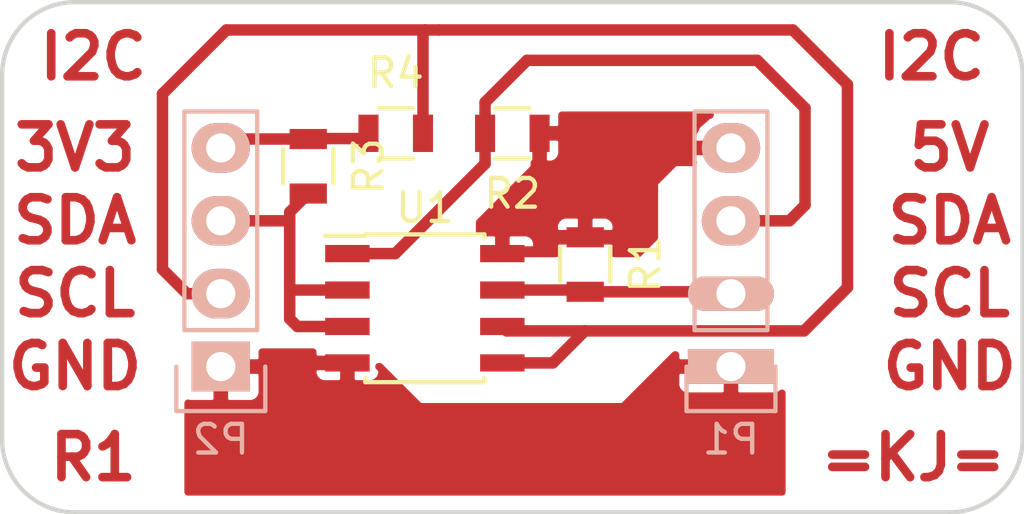
<source format=kicad_pcb>
(kicad_pcb (version 4) (host pcbnew 4.0.4+e1-6308~48~ubuntu16.04.1-stable)

  (general
    (links 17)
    (no_connects 0)
    (area 132.004999 98.984999 167.715001 116.915001)
    (thickness 1.6)
    (drawings 20)
    (tracks 54)
    (zones 0)
    (modules 7)
    (nets 8)
  )

  (page A4)
  (layers
    (0 F.Cu signal)
    (31 B.Cu signal)
    (32 B.Adhes user)
    (33 F.Adhes user)
    (34 B.Paste user)
    (35 F.Paste user)
    (36 B.SilkS user)
    (37 F.SilkS user hide)
    (38 B.Mask user)
    (39 F.Mask user)
    (40 Dwgs.User user)
    (41 Cmts.User user)
    (42 Eco1.User user)
    (43 Eco2.User user)
    (44 Edge.Cuts user)
    (45 Margin user)
    (46 B.CrtYd user)
    (47 F.CrtYd user)
    (48 B.Fab user hide)
    (49 F.Fab user hide)
  )

  (setup
    (last_trace_width 0.4)
    (user_trace_width 0.3)
    (user_trace_width 0.4)
    (user_trace_width 0.5)
    (trace_clearance 0.2)
    (zone_clearance 0.508)
    (zone_45_only no)
    (trace_min 0.2)
    (segment_width 0.2)
    (edge_width 0.15)
    (via_size 0.6)
    (via_drill 0.4)
    (via_min_size 0.4)
    (via_min_drill 0.3)
    (uvia_size 0.3)
    (uvia_drill 0.1)
    (uvias_allowed no)
    (uvia_min_size 0.2)
    (uvia_min_drill 0.1)
    (pcb_text_width 0.3)
    (pcb_text_size 1.5 1.5)
    (mod_edge_width 0.15)
    (mod_text_size 1 1)
    (mod_text_width 0.15)
    (pad_size 3 1.2)
    (pad_drill 1.016)
    (pad_to_mask_clearance 0.2)
    (aux_axis_origin 0 0)
    (visible_elements FFFFFF7F)
    (pcbplotparams
      (layerselection 0x01000_80000001)
      (usegerberextensions false)
      (excludeedgelayer true)
      (linewidth 0.100000)
      (plotframeref false)
      (viasonmask false)
      (mode 1)
      (useauxorigin false)
      (hpglpennumber 1)
      (hpglpenspeed 20)
      (hpglpendiameter 15)
      (hpglpenoverlay 2)
      (psnegative false)
      (psa4output false)
      (plotreference true)
      (plotvalue true)
      (plotinvisibletext false)
      (padsonsilk false)
      (subtractmaskfromsilk false)
      (outputformat 1)
      (mirror false)
      (drillshape 0)
      (scaleselection 1)
      (outputdirectory /media/mdh/ALEX_A/))
  )

  (net 0 "")
  (net 1 GND)
  (net 2 +5V)
  (net 3 +3V3)
  (net 4 /SCL0)
  (net 5 /SDA0)
  (net 6 /SCL1)
  (net 7 /SDA1)

  (net_class Default "This is the default net class."
    (clearance 0.2)
    (trace_width 0.25)
    (via_dia 0.6)
    (via_drill 0.4)
    (uvia_dia 0.3)
    (uvia_drill 0.1)
    (add_net +3V3)
    (add_net +5V)
    (add_net /SCL0)
    (add_net /SCL1)
    (add_net /SDA0)
    (add_net /SDA1)
    (add_net GND)
  )

  (module Housings_SOIC:SOIC-8_3.9x4.9mm_Pitch1.27mm (layer F.Cu) (tedit 54130A77) (tstamp 581C6B62)
    (at 146.812 109.728)
    (descr "8-Lead Plastic Small Outline (SN) - Narrow, 3.90 mm Body [SOIC] (see Microchip Packaging Specification 00000049BS.pdf)")
    (tags "SOIC 1.27")
    (path /581C686B)
    (attr smd)
    (fp_text reference U1 (at 0 -3.5) (layer F.SilkS)
      (effects (font (size 1 1) (thickness 0.15)))
    )
    (fp_text value P82B96 (at 0 3.5) (layer F.Fab)
      (effects (font (size 1 1) (thickness 0.15)))
    )
    (fp_line (start -0.95 -2.45) (end 1.95 -2.45) (layer F.Fab) (width 0.15))
    (fp_line (start 1.95 -2.45) (end 1.95 2.45) (layer F.Fab) (width 0.15))
    (fp_line (start 1.95 2.45) (end -1.95 2.45) (layer F.Fab) (width 0.15))
    (fp_line (start -1.95 2.45) (end -1.95 -1.45) (layer F.Fab) (width 0.15))
    (fp_line (start -1.95 -1.45) (end -0.95 -2.45) (layer F.Fab) (width 0.15))
    (fp_line (start -3.75 -2.75) (end -3.75 2.75) (layer F.CrtYd) (width 0.05))
    (fp_line (start 3.75 -2.75) (end 3.75 2.75) (layer F.CrtYd) (width 0.05))
    (fp_line (start -3.75 -2.75) (end 3.75 -2.75) (layer F.CrtYd) (width 0.05))
    (fp_line (start -3.75 2.75) (end 3.75 2.75) (layer F.CrtYd) (width 0.05))
    (fp_line (start -2.075 -2.575) (end -2.075 -2.525) (layer F.SilkS) (width 0.15))
    (fp_line (start 2.075 -2.575) (end 2.075 -2.43) (layer F.SilkS) (width 0.15))
    (fp_line (start 2.075 2.575) (end 2.075 2.43) (layer F.SilkS) (width 0.15))
    (fp_line (start -2.075 2.575) (end -2.075 2.43) (layer F.SilkS) (width 0.15))
    (fp_line (start -2.075 -2.575) (end 2.075 -2.575) (layer F.SilkS) (width 0.15))
    (fp_line (start -2.075 2.575) (end 2.075 2.575) (layer F.SilkS) (width 0.15))
    (fp_line (start -2.075 -2.525) (end -3.475 -2.525) (layer F.SilkS) (width 0.15))
    (pad 1 smd rect (at -2.7 -1.905) (size 1.55 0.6) (layers F.Cu F.Paste F.Mask)
      (net 5 /SDA0))
    (pad 2 smd rect (at -2.7 -0.635) (size 1.55 0.6) (layers F.Cu F.Paste F.Mask)
      (net 7 /SDA1))
    (pad 3 smd rect (at -2.7 0.635) (size 1.55 0.6) (layers F.Cu F.Paste F.Mask)
      (net 7 /SDA1))
    (pad 4 smd rect (at -2.7 1.905) (size 1.55 0.6) (layers F.Cu F.Paste F.Mask)
      (net 1 GND))
    (pad 5 smd rect (at 2.7 1.905) (size 1.55 0.6) (layers F.Cu F.Paste F.Mask)
      (net 6 /SCL1))
    (pad 6 smd rect (at 2.7 0.635) (size 1.55 0.6) (layers F.Cu F.Paste F.Mask)
      (net 6 /SCL1))
    (pad 7 smd rect (at 2.7 -0.635) (size 1.55 0.6) (layers F.Cu F.Paste F.Mask)
      (net 4 /SCL0))
    (pad 8 smd rect (at 2.7 -1.905) (size 1.55 0.6) (layers F.Cu F.Paste F.Mask)
      (net 2 +5V))
    (model Housings_SOIC.3dshapes/SOIC-8_3.9x4.9mm_Pitch1.27mm.wrl
      (at (xyz 0 0 0))
      (scale (xyz 1 1 1))
      (rotate (xyz 0 0 0))
    )
  )

  (module Pin_Headers:Pin_Header_Straight_1x04 (layer B.Cu) (tedit 581C7CBD) (tstamp 581C6B36)
    (at 157.48 111.76)
    (descr "Through hole pin header")
    (tags "pin header")
    (path /581C6C1C)
    (fp_text reference P1 (at 0 2.54) (layer B.SilkS)
      (effects (font (size 1 1) (thickness 0.15)) (justify mirror))
    )
    (fp_text value CONN_01X04 (at 6.35 -2.54 90) (layer B.Fab)
      (effects (font (size 1 1) (thickness 0.15)) (justify mirror))
    )
    (fp_line (start -1.75 1.75) (end -1.75 -9.4) (layer B.CrtYd) (width 0.05))
    (fp_line (start 1.75 1.75) (end 1.75 -9.4) (layer B.CrtYd) (width 0.05))
    (fp_line (start -1.75 1.75) (end 1.75 1.75) (layer B.CrtYd) (width 0.05))
    (fp_line (start -1.75 -9.4) (end 1.75 -9.4) (layer B.CrtYd) (width 0.05))
    (fp_line (start -1.27 -1.27) (end -1.27 -8.89) (layer B.SilkS) (width 0.15))
    (fp_line (start 1.27 -1.27) (end 1.27 -8.89) (layer B.SilkS) (width 0.15))
    (fp_line (start 1.55 1.55) (end 1.55 0) (layer B.SilkS) (width 0.15))
    (fp_line (start -1.27 -8.89) (end 1.27 -8.89) (layer B.SilkS) (width 0.15))
    (fp_line (start 1.27 -1.27) (end -1.27 -1.27) (layer B.SilkS) (width 0.15))
    (fp_line (start -1.55 0) (end -1.55 1.55) (layer B.SilkS) (width 0.15))
    (fp_line (start -1.55 1.55) (end 1.55 1.55) (layer B.SilkS) (width 0.15))
    (pad 1 thru_hole rect (at 0 0) (size 3 1.2) (drill 1.016) (layers *.Cu *.Mask B.SilkS)
      (net 1 GND))
    (pad 2 thru_hole oval (at 0 -2.54) (size 3 1.2) (drill 1.016) (layers *.Cu *.Mask B.SilkS)
      (net 4 /SCL0))
    (pad 3 thru_hole oval (at 0 -5.08) (size 2.032 1.7272) (drill 1.016) (layers *.Cu *.Mask B.SilkS)
      (net 5 /SDA0))
    (pad 4 thru_hole oval (at 0 -7.62) (size 2.032 1.7272) (drill 1.016) (layers *.Cu *.Mask B.SilkS)
      (net 2 +5V))
    (model Pin_Headers.3dshapes/Pin_Header_Straight_1x04.wrl
      (at (xyz 0 -0.15 0))
      (scale (xyz 1 1 1))
      (rotate (xyz 0 0 90))
    )
  )

  (module Pin_Headers:Pin_Header_Straight_1x04 (layer B.Cu) (tedit 0) (tstamp 581C6B3E)
    (at 139.7 111.76)
    (descr "Through hole pin header")
    (tags "pin header")
    (path /581C6CE1)
    (fp_text reference P2 (at 0 2.54) (layer B.SilkS)
      (effects (font (size 1 1) (thickness 0.15)) (justify mirror))
    )
    (fp_text value CONN_01X04 (at -3.048 -3.556 270) (layer B.Fab)
      (effects (font (size 1 1) (thickness 0.15)) (justify mirror))
    )
    (fp_line (start -1.75 1.75) (end -1.75 -9.4) (layer B.CrtYd) (width 0.05))
    (fp_line (start 1.75 1.75) (end 1.75 -9.4) (layer B.CrtYd) (width 0.05))
    (fp_line (start -1.75 1.75) (end 1.75 1.75) (layer B.CrtYd) (width 0.05))
    (fp_line (start -1.75 -9.4) (end 1.75 -9.4) (layer B.CrtYd) (width 0.05))
    (fp_line (start -1.27 -1.27) (end -1.27 -8.89) (layer B.SilkS) (width 0.15))
    (fp_line (start 1.27 -1.27) (end 1.27 -8.89) (layer B.SilkS) (width 0.15))
    (fp_line (start 1.55 1.55) (end 1.55 0) (layer B.SilkS) (width 0.15))
    (fp_line (start -1.27 -8.89) (end 1.27 -8.89) (layer B.SilkS) (width 0.15))
    (fp_line (start 1.27 -1.27) (end -1.27 -1.27) (layer B.SilkS) (width 0.15))
    (fp_line (start -1.55 0) (end -1.55 1.55) (layer B.SilkS) (width 0.15))
    (fp_line (start -1.55 1.55) (end 1.55 1.55) (layer B.SilkS) (width 0.15))
    (pad 1 thru_hole rect (at 0 0) (size 2.032 1.7272) (drill 1.016) (layers *.Cu *.Mask B.SilkS)
      (net 1 GND))
    (pad 2 thru_hole oval (at 0 -2.54) (size 2.032 1.7272) (drill 1.016) (layers *.Cu *.Mask B.SilkS)
      (net 6 /SCL1))
    (pad 3 thru_hole oval (at 0 -5.08) (size 2.032 1.7272) (drill 1.016) (layers *.Cu *.Mask B.SilkS)
      (net 7 /SDA1))
    (pad 4 thru_hole oval (at 0 -7.62) (size 2.032 1.7272) (drill 1.016) (layers *.Cu *.Mask B.SilkS)
      (net 3 +3V3))
    (model Pin_Headers.3dshapes/Pin_Header_Straight_1x04.wrl
      (at (xyz 0 -0.15 0))
      (scale (xyz 1 1 1))
      (rotate (xyz 0 0 90))
    )
  )

  (module Resistors_SMD:R_0805 (layer F.Cu) (tedit 5415CDEB) (tstamp 581C6B44)
    (at 152.4 108.204 270)
    (descr "Resistor SMD 0805, reflow soldering, Vishay (see dcrcw.pdf)")
    (tags "resistor 0805")
    (path /581C6B0D)
    (attr smd)
    (fp_text reference R1 (at 0 -2.1 270) (layer F.SilkS)
      (effects (font (size 1 1) (thickness 0.15)))
    )
    (fp_text value 1k (at 0 2.1 270) (layer F.Fab)
      (effects (font (size 1 1) (thickness 0.15)))
    )
    (fp_line (start -1.6 -1) (end 1.6 -1) (layer F.CrtYd) (width 0.05))
    (fp_line (start -1.6 1) (end 1.6 1) (layer F.CrtYd) (width 0.05))
    (fp_line (start -1.6 -1) (end -1.6 1) (layer F.CrtYd) (width 0.05))
    (fp_line (start 1.6 -1) (end 1.6 1) (layer F.CrtYd) (width 0.05))
    (fp_line (start 0.6 0.875) (end -0.6 0.875) (layer F.SilkS) (width 0.15))
    (fp_line (start -0.6 -0.875) (end 0.6 -0.875) (layer F.SilkS) (width 0.15))
    (pad 1 smd rect (at -0.95 0 270) (size 0.7 1.3) (layers F.Cu F.Paste F.Mask)
      (net 2 +5V))
    (pad 2 smd rect (at 0.95 0 270) (size 0.7 1.3) (layers F.Cu F.Paste F.Mask)
      (net 4 /SCL0))
    (model Resistors_SMD.3dshapes/R_0805.wrl
      (at (xyz 0 0 0))
      (scale (xyz 1 1 1))
      (rotate (xyz 0 0 0))
    )
  )

  (module Resistors_SMD:R_0805 (layer F.Cu) (tedit 5415CDEB) (tstamp 581C6B4A)
    (at 149.86 103.632 180)
    (descr "Resistor SMD 0805, reflow soldering, Vishay (see dcrcw.pdf)")
    (tags "resistor 0805")
    (path /581C6A60)
    (attr smd)
    (fp_text reference R2 (at 0 -2.1 180) (layer F.SilkS)
      (effects (font (size 1 1) (thickness 0.15)))
    )
    (fp_text value 1k (at 0 2.1 180) (layer F.Fab)
      (effects (font (size 1 1) (thickness 0.15)))
    )
    (fp_line (start -1.6 -1) (end 1.6 -1) (layer F.CrtYd) (width 0.05))
    (fp_line (start -1.6 1) (end 1.6 1) (layer F.CrtYd) (width 0.05))
    (fp_line (start -1.6 -1) (end -1.6 1) (layer F.CrtYd) (width 0.05))
    (fp_line (start 1.6 -1) (end 1.6 1) (layer F.CrtYd) (width 0.05))
    (fp_line (start 0.6 0.875) (end -0.6 0.875) (layer F.SilkS) (width 0.15))
    (fp_line (start -0.6 -0.875) (end 0.6 -0.875) (layer F.SilkS) (width 0.15))
    (pad 1 smd rect (at -0.95 0 180) (size 0.7 1.3) (layers F.Cu F.Paste F.Mask)
      (net 2 +5V))
    (pad 2 smd rect (at 0.95 0 180) (size 0.7 1.3) (layers F.Cu F.Paste F.Mask)
      (net 5 /SDA0))
    (model Resistors_SMD.3dshapes/R_0805.wrl
      (at (xyz 0 0 0))
      (scale (xyz 1 1 1))
      (rotate (xyz 0 0 0))
    )
  )

  (module Resistors_SMD:R_0805 (layer F.Cu) (tedit 5415CDEB) (tstamp 581C6B50)
    (at 142.748 104.78 270)
    (descr "Resistor SMD 0805, reflow soldering, Vishay (see dcrcw.pdf)")
    (tags "resistor 0805")
    (path /581C6DBB)
    (attr smd)
    (fp_text reference R3 (at 0 -2.1 270) (layer F.SilkS)
      (effects (font (size 1 1) (thickness 0.15)))
    )
    (fp_text value 1k (at 0 2.1 270) (layer F.Fab)
      (effects (font (size 1 1) (thickness 0.15)))
    )
    (fp_line (start -1.6 -1) (end 1.6 -1) (layer F.CrtYd) (width 0.05))
    (fp_line (start -1.6 1) (end 1.6 1) (layer F.CrtYd) (width 0.05))
    (fp_line (start -1.6 -1) (end -1.6 1) (layer F.CrtYd) (width 0.05))
    (fp_line (start 1.6 -1) (end 1.6 1) (layer F.CrtYd) (width 0.05))
    (fp_line (start 0.6 0.875) (end -0.6 0.875) (layer F.SilkS) (width 0.15))
    (fp_line (start -0.6 -0.875) (end 0.6 -0.875) (layer F.SilkS) (width 0.15))
    (pad 1 smd rect (at -0.95 0 270) (size 0.7 1.3) (layers F.Cu F.Paste F.Mask)
      (net 3 +3V3))
    (pad 2 smd rect (at 0.95 0 270) (size 0.7 1.3) (layers F.Cu F.Paste F.Mask)
      (net 7 /SDA1))
    (model Resistors_SMD.3dshapes/R_0805.wrl
      (at (xyz 0 0 0))
      (scale (xyz 1 1 1))
      (rotate (xyz 0 0 0))
    )
  )

  (module Resistors_SMD:R_0805 (layer F.Cu) (tedit 5415CDEB) (tstamp 581C6B56)
    (at 145.796 103.632)
    (descr "Resistor SMD 0805, reflow soldering, Vishay (see dcrcw.pdf)")
    (tags "resistor 0805")
    (path /581C6E4E)
    (attr smd)
    (fp_text reference R4 (at 0 -2.1) (layer F.SilkS)
      (effects (font (size 1 1) (thickness 0.15)))
    )
    (fp_text value 1k (at 0 2.1) (layer F.Fab)
      (effects (font (size 1 1) (thickness 0.15)))
    )
    (fp_line (start -1.6 -1) (end 1.6 -1) (layer F.CrtYd) (width 0.05))
    (fp_line (start -1.6 1) (end 1.6 1) (layer F.CrtYd) (width 0.05))
    (fp_line (start -1.6 -1) (end -1.6 1) (layer F.CrtYd) (width 0.05))
    (fp_line (start 1.6 -1) (end 1.6 1) (layer F.CrtYd) (width 0.05))
    (fp_line (start 0.6 0.875) (end -0.6 0.875) (layer F.SilkS) (width 0.15))
    (fp_line (start -0.6 -0.875) (end 0.6 -0.875) (layer F.SilkS) (width 0.15))
    (pad 1 smd rect (at -0.95 0) (size 0.7 1.3) (layers F.Cu F.Paste F.Mask)
      (net 3 +3V3))
    (pad 2 smd rect (at 0.95 0) (size 0.7 1.3) (layers F.Cu F.Paste F.Mask)
      (net 6 /SCL1))
    (model Resistors_SMD.3dshapes/R_0805.wrl
      (at (xyz 0 0 0))
      (scale (xyz 1 1 1))
      (rotate (xyz 0 0 0))
    )
  )

  (gr_text I2C (at 135.255 100.965) (layer F.Cu) (tstamp 581C821C)
    (effects (font (size 1.5 1.5) (thickness 0.3)))
  )
  (gr_text I2C (at 164.465 100.965) (layer F.Cu)
    (effects (font (size 1.5 1.5) (thickness 0.3)))
  )
  (gr_arc (start 165.1 101.6) (end 165.1 99.06) (angle 90) (layer Edge.Cuts) (width 0.15) (tstamp 581C81A9))
  (gr_arc (start 165.1 114.3) (end 167.64 114.3) (angle 90) (layer Edge.Cuts) (width 0.15) (tstamp 581C8167))
  (gr_text R1 (at 135.255 114.935) (layer F.Cu)
    (effects (font (size 1.5 1.5) (thickness 0.3)))
  )
  (gr_arc (start 134.62 101.6) (end 132.08 101.6) (angle 90) (layer Edge.Cuts) (width 0.15))
  (gr_arc (start 134.62 114.3) (end 134.62 116.84) (angle 90) (layer Edge.Cuts) (width 0.15))
  (gr_text =KJ= (at 163.83 114.935) (layer F.Cu)
    (effects (font (size 1.5 1.5) (thickness 0.3)))
  )
  (gr_text SCL (at 165.1 109.22) (layer F.Cu)
    (effects (font (size 1.5 1.5) (thickness 0.3)))
  )
  (gr_text SDA (at 165.1 106.68) (layer F.Cu)
    (effects (font (size 1.5 1.5) (thickness 0.3)))
  )
  (gr_text SCL (at 134.62 109.22) (layer F.Cu)
    (effects (font (size 1.5 1.5) (thickness 0.3)))
  )
  (gr_text SDA (at 134.62 106.68) (layer F.Cu)
    (effects (font (size 1.5 1.5) (thickness 0.3)))
  )
  (gr_text GND (at 134.62 111.76) (layer F.Cu)
    (effects (font (size 1.5 1.5) (thickness 0.3)))
  )
  (gr_text GND (at 165.1 111.76) (layer F.Cu)
    (effects (font (size 1.5 1.5) (thickness 0.3)))
  )
  (gr_text 3V3 (at 134.62 104.14) (layer F.Cu)
    (effects (font (size 1.5 1.5) (thickness 0.3)))
  )
  (gr_text 5V (at 165.1 104.14) (layer F.Cu)
    (effects (font (size 1.5 1.5) (thickness 0.3)))
  )
  (gr_line (start 165.1 99.06) (end 134.62 99.06) (layer Edge.Cuts) (width 0.15))
  (gr_line (start 167.64 114.3) (end 167.64 101.6) (layer Edge.Cuts) (width 0.15))
  (gr_line (start 134.62 116.84) (end 165.1 116.84) (layer Edge.Cuts) (width 0.15))
  (gr_line (start 132.08 101.6) (end 132.08 114.3) (layer Edge.Cuts) (width 0.15))

  (segment (start 140.335 111.125) (end 139.7 111.76) (width 0.25) (layer F.Cu) (net 1))
  (segment (start 150.81 103.632) (end 150.81 103.932) (width 0.25) (layer F.Cu) (net 2))
  (segment (start 150.81 103.932) (end 150.923795 104.045795) (width 0.25) (layer F.Cu) (net 2))
  (segment (start 149.987 107.823) (end 149.512 107.823) (width 0.25) (layer F.Cu) (net 2))
  (segment (start 144.846 103.632) (end 144.663857 103.814143) (width 0.4) (layer F.Cu) (net 3))
  (segment (start 144.663857 103.814143) (end 142.763857 103.814143) (width 0.4) (layer F.Cu) (net 3))
  (segment (start 142.763857 103.814143) (end 142.748 103.83) (width 0.4) (layer F.Cu) (net 3))
  (segment (start 142.748 103.83) (end 140.01 103.83) (width 0.4) (layer F.Cu) (net 3))
  (segment (start 140.01 103.83) (end 139.7 104.14) (width 0.4) (layer F.Cu) (net 3))
  (segment (start 144.648 103.83) (end 144.846 103.632) (width 0.25) (layer F.Cu) (net 3))
  (segment (start 143.246 103.632) (end 143.246 103.648) (width 0.25) (layer F.Cu) (net 3))
  (segment (start 142.748 103.83) (end 143.048 103.83) (width 0.25) (layer F.Cu) (net 3))
  (segment (start 143.048 103.83) (end 143.246 103.632) (width 0.25) (layer F.Cu) (net 3))
  (segment (start 152.4 109.154) (end 157.414 109.154) (width 0.4) (layer F.Cu) (net 4))
  (segment (start 157.414 109.154) (end 157.48 109.22) (width 0.4) (layer F.Cu) (net 4))
  (segment (start 149.512 109.093) (end 152.339 109.093) (width 0.4) (layer F.Cu) (net 4))
  (segment (start 152.339 109.093) (end 152.4 109.154) (width 0.4) (layer F.Cu) (net 4))
  (segment (start 157.48 106.68) (end 159.515629 106.68) (width 0.4) (layer F.Cu) (net 5))
  (segment (start 159.515629 106.68) (end 160.061041 106.134588) (width 0.4) (layer F.Cu) (net 5))
  (segment (start 160.061041 106.134588) (end 160.061041 102.754591) (width 0.4) (layer F.Cu) (net 5))
  (segment (start 158.394134 101.087684) (end 150.372316 101.087684) (width 0.4) (layer F.Cu) (net 5))
  (segment (start 160.061041 102.754591) (end 158.394134 101.087684) (width 0.4) (layer F.Cu) (net 5))
  (segment (start 150.372316 101.087684) (end 148.91 102.55) (width 0.4) (layer F.Cu) (net 5))
  (segment (start 148.91 102.55) (end 148.91 103.632) (width 0.4) (layer F.Cu) (net 5))
  (segment (start 144.112 107.823) (end 145.778421 107.823) (width 0.4) (layer F.Cu) (net 5))
  (segment (start 145.778421 107.823) (end 148.91 104.691421) (width 0.4) (layer F.Cu) (net 5))
  (segment (start 148.91 104.691421) (end 148.91 103.632) (width 0.4) (layer F.Cu) (net 5))
  (segment (start 139.895127 100.029366) (end 146.812 100.029366) (width 0.4) (layer F.Cu) (net 6))
  (segment (start 146.812 100.029366) (end 147.32 100.029366) (width 0.4) (layer F.Cu) (net 6))
  (segment (start 146.746 103.632) (end 146.746 100.095366) (width 0.4) (layer F.Cu) (net 6))
  (segment (start 146.746 100.095366) (end 146.812 100.029366) (width 0.4) (layer F.Cu) (net 6))
  (segment (start 147.32 100.029366) (end 159.635429 100.029366) (width 0.4) (layer F.Cu) (net 6))
  (segment (start 139.7 109.22) (end 138.518598 109.22) (width 0.4) (layer F.Cu) (net 6))
  (segment (start 138.518598 109.22) (end 137.668 108.369402) (width 0.4) (layer F.Cu) (net 6))
  (segment (start 137.668 108.369402) (end 137.668 102.256493) (width 0.4) (layer F.Cu) (net 6))
  (segment (start 137.668 102.256493) (end 139.895127 100.029366) (width 0.4) (layer F.Cu) (net 6))
  (segment (start 159.635429 100.029366) (end 161.539417 101.933354) (width 0.4) (layer F.Cu) (net 6))
  (segment (start 161.539417 109.004662) (end 160.027061 110.517018) (width 0.4) (layer F.Cu) (net 6))
  (segment (start 161.539417 101.933354) (end 161.539417 109.004662) (width 0.4) (layer F.Cu) (net 6))
  (segment (start 160.027061 110.517018) (end 152.4 110.517018) (width 0.4) (layer F.Cu) (net 6))
  (segment (start 149.512 111.633) (end 151.272605 111.633) (width 0.4) (layer F.Cu) (net 6))
  (segment (start 151.272605 111.633) (end 152.388587 110.517018) (width 0.4) (layer F.Cu) (net 6))
  (segment (start 152.388587 110.517018) (end 152.4 110.517018) (width 0.4) (layer F.Cu) (net 6))
  (segment (start 149.666018 110.517018) (end 152.4 110.517018) (width 0.4) (layer F.Cu) (net 6))
  (segment (start 149.512 110.363) (end 149.666018 110.517018) (width 0.4) (layer F.Cu) (net 6))
  (segment (start 142.100771 110.096771) (end 142.100771 108.966) (width 0.4) (layer F.Cu) (net 7))
  (segment (start 142.100771 108.966) (end 142.100771 106.68) (width 0.4) (layer F.Cu) (net 7))
  (segment (start 144.112 109.093) (end 142.227771 109.093) (width 0.4) (layer F.Cu) (net 7))
  (segment (start 142.227771 109.093) (end 142.100771 108.966) (width 0.4) (layer F.Cu) (net 7))
  (segment (start 139.7 106.68) (end 142.100771 106.68) (width 0.4) (layer F.Cu) (net 7))
  (segment (start 142.100771 106.68) (end 142.100771 106.377229) (width 0.4) (layer F.Cu) (net 7))
  (segment (start 144.112 110.363) (end 142.367 110.363) (width 0.4) (layer F.Cu) (net 7))
  (segment (start 142.367 110.363) (end 142.100771 110.096771) (width 0.4) (layer F.Cu) (net 7))
  (segment (start 142.100771 106.377229) (end 142.748 105.73) (width 0.4) (layer F.Cu) (net 7))

  (zone (net 2) (net_name +5V) (layer F.Cu) (tstamp 0) (hatch edge 0.508)
    (connect_pads (clearance 0.508))
    (min_thickness 0.254)
    (fill yes (arc_segments 16) (thermal_gap 0.3) (thermal_bridge_width 0.508))
    (polygon
      (pts
        (xy 150.495 102.87) (xy 150.495 104.775) (xy 148.59 106.68) (xy 148.59 107.95) (xy 150.495 107.95)
        (xy 154.305 107.95) (xy 154.94 107.315) (xy 154.94 105.41) (xy 155.575 104.775) (xy 158.75 104.775)
        (xy 158.75 102.87)
      )
    )
    (filled_polygon
      (pts
        (xy 156.674269 103.025248) (xy 156.297404 103.360122) (xy 156.078943 103.813649) (xy 156.150582 104.013) (xy 157.353 104.013)
        (xy 157.353 103.993) (xy 157.607 103.993) (xy 157.607 104.013) (xy 157.627 104.013) (xy 157.627 104.267)
        (xy 157.607 104.267) (xy 157.607 104.287) (xy 157.353 104.287) (xy 157.353 104.267) (xy 156.150582 104.267)
        (xy 156.078943 104.466351) (xy 156.166442 104.648) (xy 155.575 104.648) (xy 155.52559 104.658006) (xy 155.485197 104.685197)
        (xy 154.850197 105.320197) (xy 154.822334 105.362211) (xy 154.813 105.41) (xy 154.813 107.262394) (xy 154.252394 107.823)
        (xy 153.421469 107.823) (xy 153.477 107.688935) (xy 153.477 107.48775) (xy 153.37025 107.381) (xy 152.527 107.381)
        (xy 152.527 107.401) (xy 152.273 107.401) (xy 152.273 107.381) (xy 151.42975 107.381) (xy 151.323 107.48775)
        (xy 151.323 107.688935) (xy 151.378531 107.823) (xy 149.365 107.823) (xy 149.365 107.696) (xy 149.385 107.696)
        (xy 149.385 107.20275) (xy 149.639 107.20275) (xy 149.639 107.696) (xy 150.60725 107.696) (xy 150.714 107.58925)
        (xy 150.714 107.438064) (xy 150.648993 107.281124) (xy 150.528876 107.161007) (xy 150.371935 107.096) (xy 149.74575 107.096)
        (xy 149.639 107.20275) (xy 149.385 107.20275) (xy 149.27825 107.096) (xy 148.717 107.096) (xy 148.717 106.819065)
        (xy 151.323 106.819065) (xy 151.323 107.02025) (xy 151.42975 107.127) (xy 152.273 107.127) (xy 152.273 106.58375)
        (xy 152.527 106.58375) (xy 152.527 107.127) (xy 153.37025 107.127) (xy 153.477 107.02025) (xy 153.477 106.819065)
        (xy 153.411993 106.662124) (xy 153.291876 106.542007) (xy 153.134936 106.477) (xy 152.63375 106.477) (xy 152.527 106.58375)
        (xy 152.273 106.58375) (xy 152.16625 106.477) (xy 151.665064 106.477) (xy 151.508124 106.542007) (xy 151.388007 106.662124)
        (xy 151.323 106.819065) (xy 148.717 106.819065) (xy 148.717 106.732606) (xy 150.584803 104.864803) (xy 150.612666 104.822789)
        (xy 150.622 104.775) (xy 150.622 104.66325) (xy 150.683 104.60225) (xy 150.683 103.759) (xy 150.937 103.759)
        (xy 150.937 104.60225) (xy 151.04375 104.709) (xy 151.244935 104.709) (xy 151.401876 104.643993) (xy 151.521993 104.523876)
        (xy 151.587 104.366936) (xy 151.587 103.86575) (xy 151.48025 103.759) (xy 150.937 103.759) (xy 150.683 103.759)
        (xy 150.663 103.759) (xy 150.663 103.505) (xy 150.683 103.505) (xy 150.683 103.485) (xy 150.937 103.485)
        (xy 150.937 103.505) (xy 151.48025 103.505) (xy 151.587 103.39825) (xy 151.587 102.997) (xy 156.755736 102.997)
      )
    )
  )
  (zone (net 1) (net_name GND) (layer F.Cu) (tstamp 0) (hatch edge 0.508)
    (connect_pads (clearance 0.508))
    (min_thickness 0.254)
    (fill yes (arc_segments 16) (thermal_gap 0.3) (thermal_bridge_width 0.508))
    (polygon
      (pts
        (xy 138.43 111.125) (xy 138.43 116.84) (xy 159.385 116.84) (xy 159.385 111.125) (xy 155.575 111.125)
        (xy 153.67 113.03) (xy 146.685 113.03) (xy 144.78 111.125)
      )
    )
    (filled_polygon
      (pts
        (xy 142.91 111.39925) (xy 143.01675 111.506) (xy 143.985 111.506) (xy 143.985 111.486) (xy 144.239 111.486)
        (xy 144.239 111.506) (xy 144.259 111.506) (xy 144.259 111.76) (xy 144.239 111.76) (xy 144.239 112.25325)
        (xy 144.34575 112.36) (xy 144.971935 112.36) (xy 145.128876 112.294993) (xy 145.248993 112.174876) (xy 145.314 112.017936)
        (xy 145.314 111.86675) (xy 145.207252 111.760002) (xy 145.235396 111.760002) (xy 146.595197 113.119803) (xy 146.637211 113.147666)
        (xy 146.685 113.157) (xy 153.67 113.157) (xy 153.71941 113.146994) (xy 153.759803 113.119803) (xy 154.885856 111.99375)
        (xy 155.553 111.99375) (xy 155.553 112.444936) (xy 155.618007 112.601876) (xy 155.738124 112.721993) (xy 155.895065 112.787)
        (xy 157.24625 112.787) (xy 157.353 112.68025) (xy 157.353 111.887) (xy 155.65975 111.887) (xy 155.553 111.99375)
        (xy 154.885856 111.99375) (xy 155.527588 111.352018) (xy 155.553 111.352018) (xy 155.553 111.52625) (xy 155.65975 111.633)
        (xy 157.353 111.633) (xy 157.353 111.613) (xy 157.607 111.613) (xy 157.607 111.633) (xy 157.627 111.633)
        (xy 157.627 111.887) (xy 157.607 111.887) (xy 157.607 112.68025) (xy 157.71375 112.787) (xy 159.064935 112.787)
        (xy 159.221876 112.721993) (xy 159.258 112.685869) (xy 159.258 116.13) (xy 138.557 116.13) (xy 138.557 113.033176)
        (xy 138.599065 113.0506) (xy 139.46625 113.0506) (xy 139.573 112.94385) (xy 139.573 111.887) (xy 139.827 111.887)
        (xy 139.827 112.94385) (xy 139.93375 113.0506) (xy 140.800935 113.0506) (xy 140.957876 112.985593) (xy 141.077993 112.865476)
        (xy 141.143 112.708536) (xy 141.143 111.99375) (xy 141.03625 111.887) (xy 139.827 111.887) (xy 139.573 111.887)
        (xy 139.553 111.887) (xy 139.553 111.86675) (xy 142.91 111.86675) (xy 142.91 112.017936) (xy 142.975007 112.174876)
        (xy 143.095124 112.294993) (xy 143.252065 112.36) (xy 143.87825 112.36) (xy 143.985 112.25325) (xy 143.985 111.76)
        (xy 143.01675 111.76) (xy 142.91 111.86675) (xy 139.553 111.86675) (xy 139.553 111.633) (xy 139.573 111.633)
        (xy 139.573 111.613) (xy 139.827 111.613) (xy 139.827 111.633) (xy 141.03625 111.633) (xy 141.143 111.52625)
        (xy 141.143 111.252) (xy 142.91 111.252)
      )
    )
  )
)

</source>
